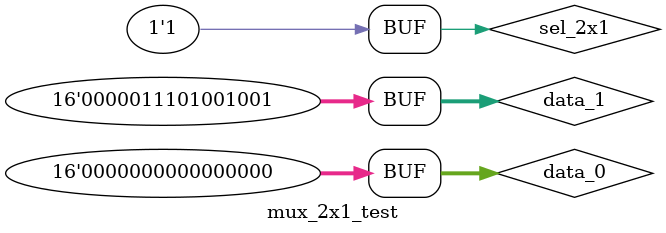
<source format=sv>
`timescale 1 ns / 10 ps
module mux_2x1_test#(
        parameter DATA_WIDTH = 16
    );

    logic [DATA_WIDTH - 1:0] data_0, data_1;
    logic sel_2x1;
    logic [DATA_WIDTH - 1:0] mux_2x1_out;

    mux_2x1 mux0(
        .in_1(data_1),
        .in_0(data_0),
        .sel_2x1_in(sel_2x1),
        .mux_2x1_out(mux_2x1_out)
    );

    initial
    begin
        data_0 = 16'b0000000000000000; data_1 = 16'b0000000001001001;
        sel_2x1 = 1'b1;
        #1 data_1 = 11'b1111111101001001;
        #1 sel_2x1 = 1'b0;
        #1 sel_2x1 = 1'b1;
        #1 sel_2x1 = 1'b0;
        #1 data_0 = 16'b0000000001100100;
        #1 sel_2x1 = 1'b0;
        #1 sel_2x1 = 1'b1;
        #1 data_0 = 16'b0000000000000000;
    end
endmodule
</source>
